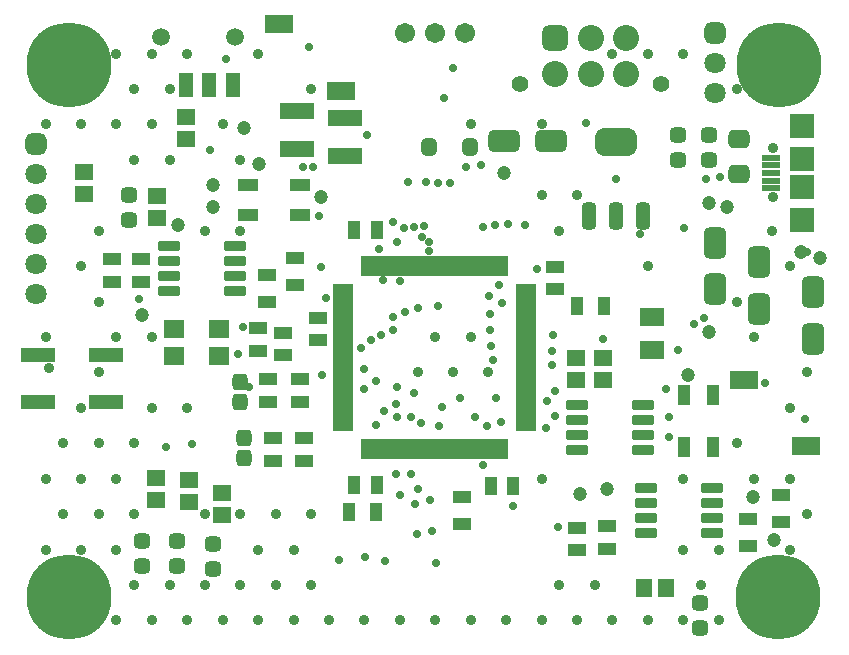
<source format=gts>
G04*
G04 #@! TF.GenerationSoftware,Altium Limited,Altium Designer,24.3.1 (35)*
G04*
G04 Layer_Color=8388736*
%FSLAX44Y44*%
%MOMM*%
G71*
G04*
G04 #@! TF.SameCoordinates,322CD918-2172-4AA8-915D-2EDBC1309AB6*
G04*
G04*
G04 #@! TF.FilePolarity,Negative*
G04*
G01*
G75*
%ADD45R,1.1032X1.6532*%
%ADD46R,1.6532X1.1032*%
%ADD47R,1.5032X1.1032*%
%ADD48R,1.5532X1.3532*%
%ADD49R,2.8532X1.4532*%
G04:AMPARAMS|DCode=50|XSize=1.4032mm|YSize=1.3032mm|CornerRadius=0.3766mm|HoleSize=0mm|Usage=FLASHONLY|Rotation=0.000|XOffset=0mm|YOffset=0mm|HoleType=Round|Shape=RoundedRectangle|*
%AMROUNDEDRECTD50*
21,1,1.4032,0.5500,0,0,0.0*
21,1,0.6500,1.3032,0,0,0.0*
1,1,0.7532,0.3250,-0.2750*
1,1,0.7532,-0.3250,-0.2750*
1,1,0.7532,-0.3250,0.2750*
1,1,0.7532,0.3250,0.2750*
%
%ADD50ROUNDEDRECTD50*%
%ADD51R,2.4032X1.5032*%
%ADD52C,1.2032*%
%ADD53R,1.8032X1.6032*%
G04:AMPARAMS|DCode=54|XSize=0.8532mm|YSize=1.9032mm|CornerRadius=0.2641mm|HoleSize=0mm|Usage=FLASHONLY|Rotation=90.000|XOffset=0mm|YOffset=0mm|HoleType=Round|Shape=RoundedRectangle|*
%AMROUNDEDRECTD54*
21,1,0.8532,1.3750,0,0,90.0*
21,1,0.3250,1.9032,0,0,90.0*
1,1,0.5282,0.6875,0.1625*
1,1,0.5282,0.6875,-0.1625*
1,1,0.5282,-0.6875,-0.1625*
1,1,0.5282,-0.6875,0.1625*
%
%ADD54ROUNDEDRECTD54*%
%ADD55R,1.2032X2.1032*%
%ADD56R,1.1032X1.5032*%
G04:AMPARAMS|DCode=57|XSize=1.2832mm|YSize=1.4232mm|CornerRadius=0.3716mm|HoleSize=0mm|Usage=FLASHONLY|Rotation=180.000|XOffset=0mm|YOffset=0mm|HoleType=Round|Shape=RoundedRectangle|*
%AMROUNDEDRECTD57*
21,1,1.2832,0.6800,0,0,180.0*
21,1,0.5400,1.4232,0,0,180.0*
1,1,0.7432,-0.2700,0.3400*
1,1,0.7432,0.2700,0.3400*
1,1,0.7432,0.2700,-0.3400*
1,1,0.7432,-0.2700,-0.3400*
%
%ADD57ROUNDEDRECTD57*%
%ADD58R,1.6782X0.5032*%
%ADD59R,0.5032X1.6782*%
%ADD60R,2.1532X1.6032*%
%ADD61R,1.5532X0.6032*%
%ADD62R,2.1032X2.0032*%
%ADD63R,2.1032X2.1032*%
G04:AMPARAMS|DCode=64|XSize=3.5032mm|YSize=2.3032mm|CornerRadius=0.6266mm|HoleSize=0mm|Usage=FLASHONLY|Rotation=180.000|XOffset=0mm|YOffset=0mm|HoleType=Round|Shape=RoundedRectangle|*
%AMROUNDEDRECTD64*
21,1,3.5032,1.0500,0,0,180.0*
21,1,2.2500,2.3032,0,0,180.0*
1,1,1.2532,-1.1250,0.5250*
1,1,1.2532,1.1250,0.5250*
1,1,1.2532,1.1250,-0.5250*
1,1,1.2532,-1.1250,-0.5250*
%
%ADD64ROUNDEDRECTD64*%
G04:AMPARAMS|DCode=65|XSize=1.2032mm|YSize=2.3032mm|CornerRadius=0.3516mm|HoleSize=0mm|Usage=FLASHONLY|Rotation=180.000|XOffset=0mm|YOffset=0mm|HoleType=Round|Shape=RoundedRectangle|*
%AMROUNDEDRECTD65*
21,1,1.2032,1.6000,0,0,180.0*
21,1,0.5000,2.3032,0,0,180.0*
1,1,0.7032,-0.2500,0.8000*
1,1,0.7032,0.2500,0.8000*
1,1,0.7032,0.2500,-0.8000*
1,1,0.7032,-0.2500,-0.8000*
%
%ADD65ROUNDEDRECTD65*%
G04:AMPARAMS|DCode=66|XSize=1.9032mm|YSize=2.7032mm|CornerRadius=0.5266mm|HoleSize=0mm|Usage=FLASHONLY|Rotation=0.000|XOffset=0mm|YOffset=0mm|HoleType=Round|Shape=RoundedRectangle|*
%AMROUNDEDRECTD66*
21,1,1.9032,1.6500,0,0,0.0*
21,1,0.8500,2.7032,0,0,0.0*
1,1,1.0532,0.4250,-0.8250*
1,1,1.0532,-0.4250,-0.8250*
1,1,1.0532,-0.4250,0.8250*
1,1,1.0532,0.4250,0.8250*
%
%ADD66ROUNDEDRECTD66*%
G04:AMPARAMS|DCode=67|XSize=1.5032mm|YSize=1.3032mm|CornerRadius=0.3766mm|HoleSize=0mm|Usage=FLASHONLY|Rotation=90.000|XOffset=0mm|YOffset=0mm|HoleType=Round|Shape=RoundedRectangle|*
%AMROUNDEDRECTD67*
21,1,1.5032,0.5500,0,0,90.0*
21,1,0.7500,1.3032,0,0,90.0*
1,1,0.7532,0.2750,0.3750*
1,1,0.7532,0.2750,-0.3750*
1,1,0.7532,-0.2750,-0.3750*
1,1,0.7532,-0.2750,0.3750*
%
%ADD67ROUNDEDRECTD67*%
G04:AMPARAMS|DCode=68|XSize=1.9032mm|YSize=2.7032mm|CornerRadius=0.5266mm|HoleSize=0mm|Usage=FLASHONLY|Rotation=270.000|XOffset=0mm|YOffset=0mm|HoleType=Round|Shape=RoundedRectangle|*
%AMROUNDEDRECTD68*
21,1,1.9032,1.6500,0,0,270.0*
21,1,0.8500,2.7032,0,0,270.0*
1,1,1.0532,-0.8250,-0.4250*
1,1,1.0532,-0.8250,0.4250*
1,1,1.0532,0.8250,0.4250*
1,1,1.0532,0.8250,-0.4250*
%
%ADD68ROUNDEDRECTD68*%
%ADD69R,2.9532X1.2032*%
%ADD70R,1.3532X1.5532*%
G04:AMPARAMS|DCode=71|XSize=1.8032mm|YSize=1.6032mm|CornerRadius=0.4516mm|HoleSize=0mm|Usage=FLASHONLY|Rotation=180.000|XOffset=0mm|YOffset=0mm|HoleType=Round|Shape=RoundedRectangle|*
%AMROUNDEDRECTD71*
21,1,1.8032,0.7000,0,0,180.0*
21,1,0.9000,1.6032,0,0,180.0*
1,1,0.9032,-0.4500,0.3500*
1,1,0.9032,0.4500,0.3500*
1,1,0.9032,0.4500,-0.3500*
1,1,0.9032,-0.4500,-0.3500*
%
%ADD71ROUNDEDRECTD71*%
%ADD72C,1.8032*%
G04:AMPARAMS|DCode=73|XSize=1.8032mm|YSize=1.8032mm|CornerRadius=0.5016mm|HoleSize=0mm|Usage=FLASHONLY|Rotation=270.000|XOffset=0mm|YOffset=0mm|HoleType=Round|Shape=RoundedRectangle|*
%AMROUNDEDRECTD73*
21,1,1.8032,0.8000,0,0,270.0*
21,1,0.8000,1.8032,0,0,270.0*
1,1,1.0032,-0.4000,-0.4000*
1,1,1.0032,-0.4000,0.4000*
1,1,1.0032,0.4000,0.4000*
1,1,1.0032,0.4000,-0.4000*
%
%ADD73ROUNDEDRECTD73*%
%ADD74C,7.2032*%
%ADD75C,2.2032*%
G04:AMPARAMS|DCode=76|XSize=2.2032mm|YSize=2.2032mm|CornerRadius=0.6016mm|HoleSize=0mm|Usage=FLASHONLY|Rotation=270.000|XOffset=0mm|YOffset=0mm|HoleType=Round|Shape=RoundedRectangle|*
%AMROUNDEDRECTD76*
21,1,2.2032,1.0000,0,0,270.0*
21,1,1.0000,2.2032,0,0,270.0*
1,1,1.2032,-0.5000,-0.5000*
1,1,1.2032,-0.5000,0.5000*
1,1,1.2032,0.5000,0.5000*
1,1,1.2032,0.5000,-0.5000*
%
%ADD76ROUNDEDRECTD76*%
%ADD77C,1.4032*%
%ADD78C,1.5032*%
%ADD79C,1.7032*%
%ADD80C,0.9032*%
%ADD81C,0.7032*%
D45*
X570230Y176530D02*
D03*
X595230D02*
D03*
X570230Y221030D02*
D03*
X595230D02*
D03*
D46*
X201270Y398580D02*
D03*
Y373580D02*
D03*
X245770Y398580D02*
D03*
Y373580D02*
D03*
D47*
X624840Y92640D02*
D03*
Y115640D02*
D03*
X382270Y134690D02*
D03*
Y111690D02*
D03*
X217170Y322650D02*
D03*
Y299650D02*
D03*
X241300Y313620D02*
D03*
Y336620D02*
D03*
X652780Y112960D02*
D03*
Y135960D02*
D03*
X86360Y335890D02*
D03*
Y316890D02*
D03*
X110490Y335890D02*
D03*
Y316890D02*
D03*
X505460Y90830D02*
D03*
Y109830D02*
D03*
X480060Y89560D02*
D03*
Y108560D02*
D03*
X461010Y310540D02*
D03*
Y329540D02*
D03*
X260350Y286360D02*
D03*
Y267360D02*
D03*
X248920Y165100D02*
D03*
Y184100D02*
D03*
X222250Y165100D02*
D03*
Y184100D02*
D03*
X218440Y234290D02*
D03*
Y215290D02*
D03*
X245110Y234290D02*
D03*
Y215290D02*
D03*
X231140Y273660D02*
D03*
Y254660D02*
D03*
X209550Y258470D02*
D03*
Y277470D02*
D03*
D48*
X62230Y409300D02*
D03*
Y390800D02*
D03*
X124460Y388980D02*
D03*
Y370480D02*
D03*
X478790Y233320D02*
D03*
Y251820D02*
D03*
X501650Y233320D02*
D03*
Y251820D02*
D03*
X123190Y131720D02*
D03*
Y150220D02*
D03*
X151130Y148950D02*
D03*
Y130450D02*
D03*
X179070Y137520D02*
D03*
Y119020D02*
D03*
X148590Y455930D02*
D03*
Y437430D02*
D03*
D49*
X242570Y461760D02*
D03*
Y429260D02*
D03*
X283210Y455670D02*
D03*
Y423170D02*
D03*
D50*
X100330Y390230D02*
D03*
Y369230D02*
D03*
X565150Y420030D02*
D03*
Y441030D02*
D03*
X591820Y420030D02*
D03*
Y441030D02*
D03*
X584200Y23790D02*
D03*
Y44790D02*
D03*
X171450Y73320D02*
D03*
Y94320D02*
D03*
X140970Y75860D02*
D03*
Y96860D02*
D03*
X111760D02*
D03*
Y75860D02*
D03*
D51*
X280500Y478480D02*
D03*
X227567Y535047D02*
D03*
X674133Y177423D02*
D03*
X621200Y233990D02*
D03*
D52*
X505460Y140970D02*
D03*
X171450Y379730D02*
D03*
Y398780D02*
D03*
X628650Y134620D02*
D03*
X210820Y416560D02*
D03*
X262890Y388620D02*
D03*
X646430Y97790D02*
D03*
X111760Y288290D02*
D03*
X142240Y364490D02*
D03*
X574040Y237490D02*
D03*
X591820Y274320D02*
D03*
X482600Y137160D02*
D03*
X591820Y383540D02*
D03*
X607060Y379730D02*
D03*
X198120Y447040D02*
D03*
X669290Y341630D02*
D03*
X685800Y336550D02*
D03*
X417830Y408940D02*
D03*
D53*
X176480Y253930D02*
D03*
X138480D02*
D03*
Y276930D02*
D03*
X176480D02*
D03*
D54*
X134560Y346710D02*
D03*
Y334010D02*
D03*
Y321310D02*
D03*
Y308610D02*
D03*
X190560Y346710D02*
D03*
Y334010D02*
D03*
Y321310D02*
D03*
Y308610D02*
D03*
X538420Y142240D02*
D03*
Y129540D02*
D03*
Y116840D02*
D03*
Y104140D02*
D03*
X594420Y142240D02*
D03*
Y129540D02*
D03*
Y116840D02*
D03*
Y104140D02*
D03*
X536000Y173990D02*
D03*
Y186690D02*
D03*
Y199390D02*
D03*
Y212090D02*
D03*
X480000Y173990D02*
D03*
Y186690D02*
D03*
Y199390D02*
D03*
Y212090D02*
D03*
D55*
X148750Y483770D02*
D03*
X168750D02*
D03*
X188750D02*
D03*
D56*
X291490Y144780D02*
D03*
X310490D02*
D03*
X310490Y360680D02*
D03*
X291490D02*
D03*
X286950Y121920D02*
D03*
X309950D02*
D03*
X479990Y295910D02*
D03*
X502990D02*
D03*
X407060Y143510D02*
D03*
X426060D02*
D03*
D57*
X198120Y167350D02*
D03*
Y184150D02*
D03*
X194310Y231920D02*
D03*
Y215120D02*
D03*
D58*
X282030Y312730D02*
D03*
Y307730D02*
D03*
Y302730D02*
D03*
Y297730D02*
D03*
Y292730D02*
D03*
Y287730D02*
D03*
Y282730D02*
D03*
Y277730D02*
D03*
Y272730D02*
D03*
Y267730D02*
D03*
Y262730D02*
D03*
Y257730D02*
D03*
Y252730D02*
D03*
Y247730D02*
D03*
Y242730D02*
D03*
Y237730D02*
D03*
Y232730D02*
D03*
Y227730D02*
D03*
Y222730D02*
D03*
Y217730D02*
D03*
Y212730D02*
D03*
Y207730D02*
D03*
Y202730D02*
D03*
Y197730D02*
D03*
Y192730D02*
D03*
X436790D02*
D03*
Y197730D02*
D03*
Y202730D02*
D03*
Y207730D02*
D03*
Y212730D02*
D03*
Y217730D02*
D03*
Y222730D02*
D03*
Y227730D02*
D03*
Y232730D02*
D03*
Y237730D02*
D03*
Y242730D02*
D03*
Y247730D02*
D03*
Y252730D02*
D03*
Y257730D02*
D03*
Y262730D02*
D03*
Y267730D02*
D03*
Y272730D02*
D03*
Y277730D02*
D03*
Y282730D02*
D03*
Y287730D02*
D03*
Y292730D02*
D03*
Y297730D02*
D03*
Y302730D02*
D03*
Y307730D02*
D03*
Y312730D02*
D03*
D59*
X299410Y175350D02*
D03*
X304410D02*
D03*
X309410D02*
D03*
X314410D02*
D03*
X319410D02*
D03*
X324410D02*
D03*
X329410D02*
D03*
X334410D02*
D03*
X339410D02*
D03*
X344410D02*
D03*
X349410D02*
D03*
X354410D02*
D03*
X359410D02*
D03*
X364410D02*
D03*
X369410D02*
D03*
X374410D02*
D03*
X379410D02*
D03*
X384410D02*
D03*
X389410D02*
D03*
X394410D02*
D03*
X399410D02*
D03*
X404410D02*
D03*
X409410D02*
D03*
X414410D02*
D03*
X419410D02*
D03*
Y330110D02*
D03*
X414410D02*
D03*
X409410D02*
D03*
X404410D02*
D03*
X399410D02*
D03*
X394410D02*
D03*
X389410D02*
D03*
X384410D02*
D03*
X379410D02*
D03*
X374410D02*
D03*
X369410D02*
D03*
X364410D02*
D03*
X359410D02*
D03*
X354410D02*
D03*
X349410D02*
D03*
X344410D02*
D03*
X339410D02*
D03*
X334410D02*
D03*
X329410D02*
D03*
X324410D02*
D03*
X319410D02*
D03*
X314410D02*
D03*
X309410D02*
D03*
X304410D02*
D03*
X299410D02*
D03*
D60*
X543560Y259050D02*
D03*
Y287050D02*
D03*
D61*
X643810Y415440D02*
D03*
Y408940D02*
D03*
Y402440D02*
D03*
Y421940D02*
D03*
Y395940D02*
D03*
D62*
X670560Y448940D02*
D03*
Y368940D02*
D03*
D63*
Y420940D02*
D03*
Y396940D02*
D03*
D64*
X513080Y435360D02*
D03*
D65*
X536080Y372360D02*
D03*
X513080D02*
D03*
X490080D02*
D03*
D66*
X679450Y268540D02*
D03*
Y308040D02*
D03*
X596900Y310450D02*
D03*
Y349950D02*
D03*
X633730Y293940D02*
D03*
Y333440D02*
D03*
D67*
X389610Y430530D02*
D03*
X354610D02*
D03*
D68*
X418400Y435610D02*
D03*
X457900D02*
D03*
D69*
X23320Y254950D02*
D03*
X80820D02*
D03*
X23320Y214950D02*
D03*
X80820D02*
D03*
D70*
X555350Y57150D02*
D03*
X536850D02*
D03*
D71*
X617220Y407910D02*
D03*
Y437910D02*
D03*
D72*
X21590Y306070D02*
D03*
Y331470D02*
D03*
Y382270D02*
D03*
Y407670D02*
D03*
Y356870D02*
D03*
X596900Y476250D02*
D03*
Y501650D02*
D03*
D73*
X21590Y433070D02*
D03*
X596900Y527050D02*
D03*
D74*
X650000Y50000D02*
D03*
X651030Y500420D02*
D03*
X50000Y500000D02*
D03*
Y50000D02*
D03*
D75*
X521490Y522760D02*
D03*
X491490D02*
D03*
X521490Y492760D02*
D03*
X491490D02*
D03*
X461490D02*
D03*
D76*
Y522760D02*
D03*
D77*
X431800Y483870D02*
D03*
X551180D02*
D03*
D78*
X127500Y524270D02*
D03*
X190000D02*
D03*
D79*
X384810Y527050D02*
D03*
X334010D02*
D03*
X359410D02*
D03*
D80*
X646060Y429690D02*
D03*
Y388190D02*
D03*
X660000Y330000D02*
D03*
X675000Y240000D02*
D03*
X660000Y210000D02*
D03*
Y150000D02*
D03*
X675000Y120000D02*
D03*
X660000Y90000D02*
D03*
X645000Y360000D02*
D03*
X630000Y270000D02*
D03*
Y150000D02*
D03*
X615000Y480000D02*
D03*
Y300000D02*
D03*
Y180000D02*
D03*
X600000Y90000D02*
D03*
Y30000D02*
D03*
X570000Y510000D02*
D03*
Y150000D02*
D03*
Y90000D02*
D03*
X585000Y60000D02*
D03*
X570000Y30000D02*
D03*
X540000Y510000D02*
D03*
Y330000D02*
D03*
Y30000D02*
D03*
X510000Y510000D02*
D03*
Y30000D02*
D03*
X480000Y390000D02*
D03*
X495000Y60000D02*
D03*
X480000Y30000D02*
D03*
X450000Y450000D02*
D03*
Y390000D02*
D03*
X465000Y360000D02*
D03*
X450000Y150000D02*
D03*
X465000Y60000D02*
D03*
X450000Y30000D02*
D03*
X420000D02*
D03*
X390000Y450000D02*
D03*
Y270000D02*
D03*
X405000Y240000D02*
D03*
X390000Y30000D02*
D03*
X360000Y270000D02*
D03*
X375000Y240000D02*
D03*
X360000Y30000D02*
D03*
X345000Y240000D02*
D03*
X330000Y30000D02*
D03*
X300000D02*
D03*
X270000D02*
D03*
X255000Y480000D02*
D03*
Y120000D02*
D03*
X240000Y90000D02*
D03*
X255000Y60000D02*
D03*
X240000Y30000D02*
D03*
X210000Y510000D02*
D03*
X225000Y120000D02*
D03*
X210000Y90000D02*
D03*
X225000Y60000D02*
D03*
X210000Y30000D02*
D03*
X180000Y450000D02*
D03*
X195000Y420000D02*
D03*
Y360000D02*
D03*
Y120000D02*
D03*
Y60000D02*
D03*
X180000Y30000D02*
D03*
X150000Y510000D02*
D03*
X165000Y360000D02*
D03*
X150000Y210000D02*
D03*
X165000Y120000D02*
D03*
Y60000D02*
D03*
X150000Y30000D02*
D03*
X120000Y510000D02*
D03*
X135000Y480000D02*
D03*
X120000Y450000D02*
D03*
X135000Y420000D02*
D03*
X120000Y270000D02*
D03*
Y210000D02*
D03*
X135000Y60000D02*
D03*
X120000Y30000D02*
D03*
X90000Y510000D02*
D03*
X105000Y480000D02*
D03*
X90000Y450000D02*
D03*
X105000Y420000D02*
D03*
X90000Y270000D02*
D03*
X105000Y180000D02*
D03*
X90000Y150000D02*
D03*
X105000Y120000D02*
D03*
X90000Y90000D02*
D03*
X105000Y60000D02*
D03*
X90000Y30000D02*
D03*
X60000Y450000D02*
D03*
X75000Y360000D02*
D03*
X60000Y330000D02*
D03*
X75000Y300000D02*
D03*
Y240000D02*
D03*
X60000Y210000D02*
D03*
X75000Y180000D02*
D03*
X60000Y150000D02*
D03*
X75000Y120000D02*
D03*
X60000Y90000D02*
D03*
X30000Y450000D02*
D03*
Y270000D02*
D03*
X45000Y180000D02*
D03*
X30000Y150000D02*
D03*
X45000Y120000D02*
D03*
X30000Y90000D02*
D03*
X33020Y243840D02*
D03*
D81*
X674370Y341630D02*
D03*
X317500Y80010D02*
D03*
X300690Y83657D02*
D03*
X360680Y78740D02*
D03*
X348554Y354904D02*
D03*
X354330Y350520D02*
D03*
X350159Y363581D02*
D03*
X341630Y363220D02*
D03*
X372110Y400050D02*
D03*
X351790Y401320D02*
D03*
X361950Y400050D02*
D03*
X336550Y401320D02*
D03*
X354330Y342900D02*
D03*
X461488Y223998D02*
D03*
X400050Y161290D02*
D03*
X347980Y196850D02*
D03*
X313690Y271780D02*
D03*
X323850Y275590D02*
D03*
X330200Y317735D02*
D03*
X315760Y317908D02*
D03*
X311977Y344116D02*
D03*
X324410Y367740D02*
D03*
X333577Y362383D02*
D03*
X421640Y365760D02*
D03*
X435610Y364490D02*
D03*
X410210D02*
D03*
X400050Y363220D02*
D03*
X196850Y278130D02*
D03*
X193040Y255270D02*
D03*
X278130Y81280D02*
D03*
X386080Y414020D02*
D03*
X398780Y415290D02*
D03*
X302260Y440690D02*
D03*
X445770Y327660D02*
D03*
X327660Y201930D02*
D03*
X339090D02*
D03*
X403860Y194310D02*
D03*
X381000Y218440D02*
D03*
X393700Y201930D02*
D03*
X415290Y198120D02*
D03*
X411480Y218440D02*
D03*
X365760Y210820D02*
D03*
X363220Y194310D02*
D03*
X453390Y193040D02*
D03*
X461010Y203200D02*
D03*
X454660Y215900D02*
D03*
X501650Y267970D02*
D03*
X345440Y294640D02*
D03*
X638810Y231140D02*
D03*
X565150Y259080D02*
D03*
X458470Y257810D02*
D03*
X459740Y271780D02*
D03*
X153670Y179070D02*
D03*
X132080Y176530D02*
D03*
X425450Y127000D02*
D03*
X316230Y207010D02*
D03*
X326390Y213360D02*
D03*
X299720Y226360D02*
D03*
X341630Y222250D02*
D03*
X310110Y232984D02*
D03*
X327660Y227330D02*
D03*
X557530Y185420D02*
D03*
Y201930D02*
D03*
X261620Y372110D02*
D03*
X327410Y350099D02*
D03*
X202500Y227835D02*
D03*
X414020Y313690D02*
D03*
X262890Y328930D02*
D03*
X267170Y302730D02*
D03*
X361950Y295910D02*
D03*
X554990Y226060D02*
D03*
X405130Y304800D02*
D03*
X323850Y287020D02*
D03*
X406400Y289560D02*
D03*
Y275590D02*
D03*
X408940Y250190D02*
D03*
X334010Y290830D02*
D03*
X305592Y267178D02*
D03*
X297180Y260350D02*
D03*
X299560Y242730D02*
D03*
X264400Y237620D02*
D03*
X309880Y195580D02*
D03*
X327000Y153670D02*
D03*
X356870Y105410D02*
D03*
X344170Y102870D02*
D03*
X355600Y132080D02*
D03*
X342900Y128270D02*
D03*
X345440Y140970D02*
D03*
X339090Y153670D02*
D03*
X330200Y135890D02*
D03*
X458470Y246380D02*
D03*
X407510Y262730D02*
D03*
X416070Y298450D02*
D03*
X168910Y427990D02*
D03*
X256340Y413956D02*
D03*
X247650Y414020D02*
D03*
X374650Y497840D02*
D03*
X367030Y472440D02*
D03*
X570230Y361950D02*
D03*
X533307Y356865D02*
D03*
X182880Y505460D02*
D03*
X600710Y405130D02*
D03*
X589280Y403860D02*
D03*
X487680Y450850D02*
D03*
X513080Y403860D02*
D03*
X463550Y109220D02*
D03*
X109220Y302260D02*
D03*
X252730Y515620D02*
D03*
X587061Y285959D02*
D03*
X579120Y280670D02*
D03*
X565150Y440690D02*
D03*
X591820Y443230D02*
D03*
X617220Y438150D02*
D03*
X673100Y200660D02*
D03*
X630000Y70000D02*
D03*
X622500Y50000D02*
D03*
X630000Y30000D02*
D03*
X650000Y22500D02*
D03*
X670000Y30000D02*
D03*
X677500Y50000D02*
D03*
X670000Y70000D02*
D03*
X650000Y77500D02*
D03*
X630000Y520000D02*
D03*
X622500Y500000D02*
D03*
X630000Y480000D02*
D03*
X650000Y472500D02*
D03*
X670000Y480000D02*
D03*
X677500Y500000D02*
D03*
X670000Y520000D02*
D03*
X650000Y527500D02*
D03*
X50000D02*
D03*
X70000Y520000D02*
D03*
X77500Y500000D02*
D03*
X70000Y480000D02*
D03*
X50000Y472500D02*
D03*
X30000Y480000D02*
D03*
X22500Y500000D02*
D03*
X30000Y520000D02*
D03*
X50000Y77500D02*
D03*
X70000Y70000D02*
D03*
X77500Y50000D02*
D03*
X70000Y30000D02*
D03*
X50000Y22500D02*
D03*
X30000Y30000D02*
D03*
X22500Y50000D02*
D03*
X30000Y70000D02*
D03*
M02*

</source>
